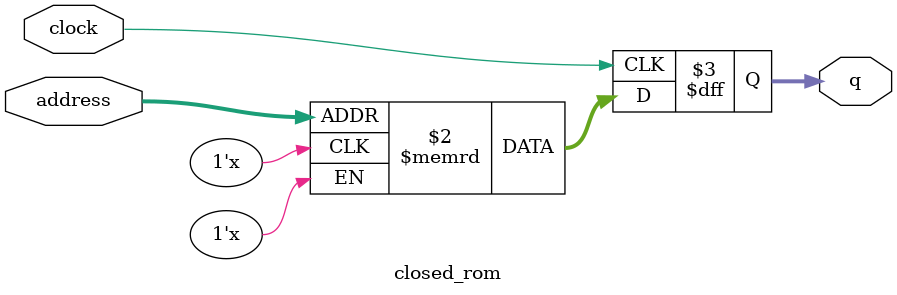
<source format=sv>
module closed_rom (
	input logic clock,
	input logic [8:0] address,
	output logic [4:0] q
);

logic [4:0] memory [0:399] /* synthesis ram_init_file = "./closed/closed.mif" */;

always_ff @ (posedge clock) begin
	q <= memory[address];
end

endmodule

</source>
